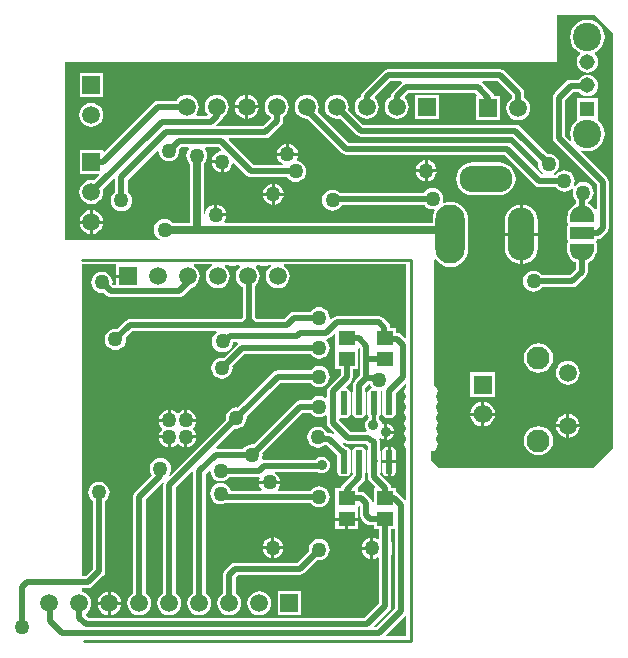
<source format=gbl>
G04*
G04 #@! TF.GenerationSoftware,Altium Limited,Altium Designer,20.0.2 (26)*
G04*
G04 Layer_Physical_Order=2*
G04 Layer_Color=16711680*
%FSLAX25Y25*%
%MOIN*%
G70*
G01*
G75*
%ADD15C,0.01000*%
%ADD46R,0.05512X0.04724*%
%ADD60C,0.02000*%
%ADD61C,0.01200*%
%ADD62C,0.02500*%
%ADD63R,0.05906X0.05906*%
%ADD64C,0.05906*%
%ADD65R,0.05906X0.05906*%
%ADD66R,0.05150X0.05150*%
%ADD67C,0.05150*%
%ADD68C,0.09449*%
%ADD69C,0.06201*%
%ADD70R,0.06201X0.06201*%
%ADD71O,0.17717X0.08858*%
%ADD72O,0.08858X0.17717*%
%ADD73O,0.09843X0.19685*%
%ADD74C,0.05898*%
%ADD75C,0.07677*%
%ADD76C,0.03543*%
%ADD77C,0.05000*%
%ADD78C,0.03937*%
%ADD79R,0.03000X0.03000*%
%ADD80C,0.03000*%
G04:AMPARAMS|DCode=81|XSize=77.56mil|YSize=23.23mil|CornerRadius=2.9mil|HoleSize=0mil|Usage=FLASHONLY|Rotation=270.000|XOffset=0mil|YOffset=0mil|HoleType=Round|Shape=RoundedRectangle|*
%AMROUNDEDRECTD81*
21,1,0.07756,0.01742,0,0,270.0*
21,1,0.07175,0.02323,0,0,270.0*
1,1,0.00581,-0.00871,-0.03588*
1,1,0.00581,-0.00871,0.03588*
1,1,0.00581,0.00871,0.03588*
1,1,0.00581,0.00871,-0.03588*
%
%ADD81ROUNDEDRECTD81*%
%ADD82R,0.07874X0.04000*%
%ADD83R,0.07874X0.01968*%
%ADD84R,0.03937X0.01968*%
G36*
X241800Y254100D02*
Y115600D01*
X235300Y109100D01*
X183800D01*
X181300Y111600D01*
Y114866D01*
X182051Y115015D01*
X182773Y115498D01*
X183255Y116219D01*
X183424Y117070D01*
X183255Y117921D01*
X182773Y118643D01*
Y119041D01*
X183255Y119762D01*
X183424Y120613D01*
X183255Y121464D01*
X182773Y122186D01*
Y122584D01*
X183255Y123306D01*
X183424Y124157D01*
X183255Y125008D01*
X182773Y125729D01*
Y126128D01*
X183255Y126849D01*
X183424Y127700D01*
X183255Y128551D01*
X182773Y129272D01*
Y129671D01*
X183255Y130392D01*
X183424Y131243D01*
X183255Y132094D01*
X182773Y132816D01*
Y133214D01*
X183255Y133936D01*
X183424Y134787D01*
X183255Y135638D01*
X182773Y136359D01*
X182246Y136711D01*
Y178669D01*
X182703Y178856D01*
X182747Y178854D01*
X183471Y177971D01*
X184372Y177232D01*
X185401Y176682D01*
X186517Y176343D01*
X187678Y176229D01*
X188839Y176343D01*
X189955Y176682D01*
X190983Y177232D01*
X191885Y177971D01*
X192625Y178873D01*
X193175Y179902D01*
X193514Y181018D01*
X193628Y182179D01*
Y192021D01*
X193514Y193182D01*
X193175Y194298D01*
X192625Y195327D01*
X191885Y196229D01*
X190983Y196968D01*
X189955Y197518D01*
X188839Y197857D01*
X187678Y197971D01*
X186517Y197857D01*
X185418Y197523D01*
X185366Y197552D01*
X185027Y197885D01*
X185110Y198086D01*
X185230Y199000D01*
X185110Y199914D01*
X184757Y200765D01*
X184196Y201496D01*
X183465Y202057D01*
X182614Y202410D01*
X181700Y202530D01*
X180786Y202410D01*
X179935Y202057D01*
X179204Y201496D01*
X178661Y200789D01*
X151055D01*
X150896Y200996D01*
X150165Y201557D01*
X149314Y201910D01*
X148400Y202030D01*
X147486Y201910D01*
X146635Y201557D01*
X145904Y200996D01*
X145343Y200265D01*
X144990Y199414D01*
X144870Y198500D01*
X144990Y197586D01*
X145343Y196735D01*
X145904Y196004D01*
X146635Y195443D01*
X147486Y195090D01*
X148400Y194970D01*
X149314Y195090D01*
X150165Y195443D01*
X150896Y196004D01*
X151439Y196711D01*
X179045D01*
X179204Y196504D01*
X179935Y195943D01*
X180786Y195590D01*
X181700Y195470D01*
X182281Y195546D01*
X182601Y195084D01*
X182181Y194298D01*
X181842Y193182D01*
X181728Y192021D01*
Y190994D01*
X112442D01*
X112196Y191494D01*
X112457Y191835D01*
X112810Y192686D01*
X112864Y193100D01*
X109400D01*
Y193600D01*
X108900D01*
Y197064D01*
X108486Y197010D01*
X107635Y196657D01*
X106904Y196096D01*
X106343Y195365D01*
X105990Y194514D01*
X105894Y193784D01*
X105394Y193817D01*
Y210649D01*
X105596Y210804D01*
X106157Y211535D01*
X106510Y212386D01*
X106630Y213300D01*
X106510Y214214D01*
X106157Y215065D01*
X105777Y215561D01*
X106023Y216061D01*
X110455D01*
X111230Y215286D01*
X111051Y214758D01*
X110686Y214710D01*
X109835Y214357D01*
X109104Y213796D01*
X108543Y213065D01*
X108190Y212214D01*
X108136Y211800D01*
X111600D01*
Y211300D01*
X112100D01*
Y207836D01*
X112514Y207890D01*
X113365Y208243D01*
X114096Y208804D01*
X114657Y209535D01*
X115010Y210386D01*
X115058Y210751D01*
X115586Y210930D01*
X119858Y206658D01*
X119858Y206658D01*
X120520Y206216D01*
X121300Y206061D01*
X121300Y206061D01*
X133253D01*
X133604Y205604D01*
X134335Y205043D01*
X135186Y204690D01*
X136100Y204570D01*
X137014Y204690D01*
X137865Y205043D01*
X138596Y205604D01*
X139157Y206335D01*
X139510Y207186D01*
X139630Y208100D01*
X139510Y209014D01*
X139157Y209865D01*
X138596Y210596D01*
X137865Y211157D01*
X137014Y211510D01*
X136624Y211561D01*
X136448Y211875D01*
X136383Y212097D01*
X136710Y212886D01*
X136764Y213300D01*
X129836D01*
X129890Y212886D01*
X130243Y212035D01*
X130804Y211304D01*
X131535Y210743D01*
X131785Y210639D01*
X131685Y210139D01*
X122145D01*
X113685Y218599D01*
X113876Y219061D01*
X126000D01*
X126780Y219216D01*
X127442Y219658D01*
X131242Y223458D01*
X131684Y224120D01*
X131839Y224900D01*
Y226182D01*
X132619Y226781D01*
X133253Y227607D01*
X133651Y228568D01*
X133787Y229600D01*
X133651Y230632D01*
X133253Y231593D01*
X132619Y232419D01*
X131793Y233053D01*
X130832Y233451D01*
X129800Y233587D01*
X128768Y233451D01*
X127807Y233053D01*
X126981Y232419D01*
X126347Y231593D01*
X125949Y230632D01*
X125813Y229600D01*
X125949Y228568D01*
X126347Y227607D01*
X126981Y226781D01*
X127708Y226223D01*
X127729Y225713D01*
X125155Y223139D01*
X109830D01*
X109623Y223639D01*
X111242Y225258D01*
X111684Y225920D01*
X111723Y226118D01*
X111793Y226147D01*
X112619Y226781D01*
X113253Y227607D01*
X113651Y228568D01*
X113787Y229600D01*
X113651Y230632D01*
X113253Y231593D01*
X112619Y232419D01*
X111793Y233053D01*
X110832Y233451D01*
X109800Y233587D01*
X108768Y233451D01*
X107807Y233053D01*
X106981Y232419D01*
X106347Y231593D01*
X105949Y230632D01*
X105813Y229600D01*
X105949Y228568D01*
X106347Y227607D01*
X106706Y227139D01*
X106459Y226639D01*
X103141D01*
X102894Y227139D01*
X103253Y227607D01*
X103651Y228568D01*
X103787Y229600D01*
X103651Y230632D01*
X103253Y231593D01*
X102619Y232419D01*
X101793Y233053D01*
X100832Y233451D01*
X99800Y233587D01*
X98768Y233451D01*
X97807Y233053D01*
X96981Y232419D01*
X96382Y231639D01*
X90300D01*
X89520Y231484D01*
X88858Y231042D01*
X72415Y214598D01*
X71953Y214790D01*
Y215153D01*
X64047D01*
Y207247D01*
X70510D01*
X70701Y206785D01*
X68975Y205059D01*
X68000Y205187D01*
X66968Y205051D01*
X66007Y204653D01*
X65181Y204019D01*
X64547Y203193D01*
X64149Y202232D01*
X64013Y201200D01*
X64149Y200168D01*
X64547Y199207D01*
X65181Y198381D01*
X66007Y197747D01*
X66968Y197349D01*
X68000Y197213D01*
X69032Y197349D01*
X69993Y197747D01*
X70819Y198381D01*
X71453Y199207D01*
X71851Y200168D01*
X71987Y201200D01*
X71859Y202175D01*
X75461Y205777D01*
X75961Y205570D01*
Y201247D01*
X75504Y200896D01*
X74943Y200165D01*
X74590Y199314D01*
X74470Y198400D01*
X74590Y197486D01*
X74943Y196635D01*
X75504Y195904D01*
X76235Y195343D01*
X77086Y194990D01*
X78000Y194870D01*
X78914Y194990D01*
X79765Y195343D01*
X80496Y195904D01*
X81057Y196635D01*
X81410Y197486D01*
X81530Y198400D01*
X81410Y199314D01*
X81057Y200165D01*
X80496Y200896D01*
X80039Y201247D01*
Y205255D01*
X89794Y215011D01*
X90295Y214805D01*
X90390Y214086D01*
X90743Y213235D01*
X91304Y212504D01*
X92035Y211943D01*
X92886Y211590D01*
X93800Y211470D01*
X94714Y211590D01*
X95565Y211943D01*
X96296Y212504D01*
X96857Y213235D01*
X97210Y214086D01*
X97330Y215000D01*
X97276Y215414D01*
X97923Y216061D01*
X100177D01*
X100423Y215561D01*
X100043Y215065D01*
X99690Y214214D01*
X99570Y213300D01*
X99690Y212386D01*
X100043Y211535D01*
X100604Y210804D01*
X100806Y210649D01*
Y190994D01*
X95051D01*
X94896Y191196D01*
X94165Y191757D01*
X93314Y192110D01*
X92400Y192230D01*
X91486Y192110D01*
X90635Y191757D01*
X89904Y191196D01*
X89343Y190465D01*
X88990Y189614D01*
X88870Y188700D01*
X88990Y187786D01*
X89343Y186935D01*
X89904Y186204D01*
X90635Y185643D01*
X90738Y185600D01*
X90639Y185100D01*
X59100D01*
Y244600D01*
X223300D01*
Y260100D01*
X235800D01*
X241800Y254100D01*
D02*
G37*
G36*
X108150Y176571D02*
X108107Y176553D01*
X107281Y175919D01*
X106647Y175093D01*
X106249Y174132D01*
X106113Y173100D01*
X106249Y172068D01*
X106647Y171107D01*
X107281Y170281D01*
X108107Y169647D01*
X109068Y169249D01*
X110100Y169113D01*
X111132Y169249D01*
X112093Y169647D01*
X112919Y170281D01*
X113553Y171107D01*
X113951Y172068D01*
X114087Y173100D01*
X113951Y174132D01*
X113553Y175093D01*
X112919Y175919D01*
X112583Y176177D01*
X112603Y176792D01*
X112956Y177027D01*
X113354D01*
X114076Y176546D01*
X114927Y176376D01*
X115778Y176546D01*
X116499Y177027D01*
X116898D01*
X117436Y176668D01*
X117511Y176096D01*
X117281Y175919D01*
X116647Y175093D01*
X116249Y174132D01*
X116113Y173100D01*
X116249Y172068D01*
X116647Y171107D01*
X117281Y170281D01*
X118107Y169647D01*
X118461Y169501D01*
Y159503D01*
X117897Y158939D01*
X80800D01*
X80800Y158939D01*
X80020Y158784D01*
X79358Y158342D01*
X79358Y158342D01*
X76571Y155555D01*
X76000Y155630D01*
X75086Y155510D01*
X74235Y155157D01*
X73504Y154596D01*
X72943Y153865D01*
X72590Y153014D01*
X72470Y152100D01*
X72590Y151186D01*
X72943Y150335D01*
X73504Y149604D01*
X74235Y149043D01*
X75086Y148690D01*
X76000Y148570D01*
X76914Y148690D01*
X77765Y149043D01*
X78496Y149604D01*
X79057Y150335D01*
X79410Y151186D01*
X79530Y152100D01*
X79455Y152671D01*
X81645Y154861D01*
X109656D01*
X109809Y154361D01*
X109204Y153896D01*
X108643Y153165D01*
X108290Y152314D01*
X108170Y151400D01*
X108290Y150486D01*
X108643Y149635D01*
X109204Y148904D01*
X109935Y148343D01*
X110786Y147990D01*
X111700Y147870D01*
X112614Y147990D01*
X113465Y148343D01*
X114196Y148904D01*
X114757Y149635D01*
X115110Y150486D01*
X115199Y151161D01*
X116635D01*
X116786Y150661D01*
X116758Y150642D01*
X112071Y145955D01*
X111500Y146030D01*
X110586Y145910D01*
X109735Y145557D01*
X109004Y144996D01*
X108443Y144265D01*
X108090Y143414D01*
X107970Y142500D01*
X108090Y141586D01*
X108443Y140735D01*
X109004Y140004D01*
X109735Y139443D01*
X110586Y139090D01*
X111500Y138970D01*
X112414Y139090D01*
X113265Y139443D01*
X113996Y140004D01*
X114557Y140735D01*
X114910Y141586D01*
X115030Y142500D01*
X114955Y143071D01*
X119045Y147161D01*
X141053D01*
X141404Y146704D01*
X142135Y146143D01*
X142986Y145790D01*
X143900Y145670D01*
X144814Y145790D01*
X145665Y146143D01*
X146396Y146704D01*
X146957Y147435D01*
X147310Y148286D01*
X147430Y149200D01*
X147310Y150114D01*
X146957Y150965D01*
X146396Y151696D01*
X146308Y151764D01*
X146306Y151908D01*
X146444Y152289D01*
X147080Y152416D01*
X147742Y152858D01*
X148882Y153998D01*
X149344Y153807D01*
Y149181D01*
X149344D01*
Y148819D01*
X149344D01*
Y142095D01*
X151061D01*
Y140287D01*
X147058Y136284D01*
X146616Y135622D01*
X146461Y134842D01*
Y132777D01*
X145961Y132530D01*
X145665Y132757D01*
X144814Y133110D01*
X143900Y133230D01*
X142986Y133110D01*
X142135Y132757D01*
X141404Y132196D01*
X141053Y131739D01*
X137600D01*
X136820Y131584D01*
X136158Y131142D01*
X122071Y117055D01*
X121500Y117130D01*
X120586Y117010D01*
X119735Y116657D01*
X119004Y116096D01*
X118653Y115639D01*
X109730D01*
X109523Y116139D01*
X115767Y122383D01*
X116250Y122320D01*
X117164Y122440D01*
X118015Y122793D01*
X118746Y123354D01*
X119307Y124085D01*
X119660Y124936D01*
X119780Y125850D01*
X119705Y126421D01*
X130945Y137661D01*
X141053D01*
X141404Y137204D01*
X142135Y136643D01*
X142986Y136290D01*
X143900Y136170D01*
X144814Y136290D01*
X145665Y136643D01*
X146396Y137204D01*
X146957Y137935D01*
X147310Y138786D01*
X147430Y139700D01*
X147310Y140614D01*
X146957Y141465D01*
X146396Y142196D01*
X145665Y142757D01*
X144814Y143110D01*
X143900Y143230D01*
X142986Y143110D01*
X142135Y142757D01*
X141404Y142196D01*
X141053Y141739D01*
X130100D01*
X129320Y141584D01*
X128658Y141142D01*
X116821Y129305D01*
X116250Y129380D01*
X115336Y129260D01*
X114485Y128907D01*
X113754Y128346D01*
X113193Y127615D01*
X112840Y126764D01*
X112720Y125850D01*
X112807Y125190D01*
X94148Y106532D01*
X93771Y106862D01*
X94057Y107235D01*
X94410Y108086D01*
X94530Y109000D01*
X94410Y109914D01*
X94057Y110765D01*
X93496Y111496D01*
X92765Y112057D01*
X91914Y112410D01*
X91000Y112530D01*
X90086Y112410D01*
X89235Y112057D01*
X88504Y111496D01*
X87943Y110765D01*
X87590Y109914D01*
X87470Y109000D01*
X87590Y108086D01*
X87943Y107235D01*
X88294Y106778D01*
X82558Y101042D01*
X82116Y100380D01*
X81961Y99600D01*
Y67518D01*
X81181Y66919D01*
X80547Y66093D01*
X80149Y65132D01*
X80013Y64100D01*
X80149Y63068D01*
X80547Y62107D01*
X81181Y61281D01*
X82007Y60647D01*
X82968Y60249D01*
X84000Y60113D01*
X85032Y60249D01*
X85993Y60647D01*
X86819Y61281D01*
X87453Y62107D01*
X87851Y63068D01*
X87987Y64100D01*
X87851Y65132D01*
X87453Y66093D01*
X86819Y66919D01*
X86039Y67518D01*
Y98755D01*
X91617Y104333D01*
X92077Y104087D01*
X91961Y103500D01*
Y67518D01*
X91181Y66919D01*
X90547Y66093D01*
X90149Y65132D01*
X90013Y64100D01*
X90149Y63068D01*
X90547Y62107D01*
X91181Y61281D01*
X92007Y60647D01*
X92968Y60249D01*
X94000Y60113D01*
X95032Y60249D01*
X95993Y60647D01*
X96819Y61281D01*
X97453Y62107D01*
X97851Y63068D01*
X97987Y64100D01*
X97851Y65132D01*
X97453Y66093D01*
X96819Y66919D01*
X96039Y67518D01*
Y102655D01*
X101461Y108077D01*
X101961Y107870D01*
Y67518D01*
X101181Y66919D01*
X100547Y66093D01*
X100149Y65132D01*
X100013Y64100D01*
X100149Y63068D01*
X100547Y62107D01*
X101181Y61281D01*
X102007Y60647D01*
X102968Y60249D01*
X104000Y60113D01*
X105032Y60249D01*
X105993Y60647D01*
X106819Y61281D01*
X107453Y62107D01*
X107851Y63068D01*
X107987Y64100D01*
X107851Y65132D01*
X107453Y66093D01*
X106819Y66919D01*
X106039Y67518D01*
Y107255D01*
X107094Y108310D01*
X107596Y108105D01*
X107690Y107386D01*
X108043Y106535D01*
X108604Y105804D01*
X109335Y105243D01*
X110186Y104890D01*
X111100Y104770D01*
X112014Y104890D01*
X112865Y105243D01*
X113596Y105804D01*
X113947Y106261D01*
X123800D01*
X123845Y106270D01*
X124205Y105832D01*
X123990Y105314D01*
X123936Y104900D01*
X130864D01*
X130810Y105314D01*
X130457Y106165D01*
X129896Y106896D01*
X129165Y107457D01*
X129156Y107461D01*
X129256Y107961D01*
X143065D01*
X143302Y107779D01*
X143976Y107500D01*
X144700Y107404D01*
X145424Y107500D01*
X146098Y107779D01*
X146677Y108223D01*
X147121Y108802D01*
X147400Y109476D01*
X147496Y110200D01*
X147400Y110924D01*
X147121Y111598D01*
X146677Y112177D01*
X146098Y112621D01*
X145424Y112900D01*
X144700Y112996D01*
X143976Y112900D01*
X143302Y112621D01*
X142723Y112177D01*
X142618Y112039D01*
X125500D01*
X125155Y111970D01*
X124795Y112409D01*
X124910Y112686D01*
X125030Y113600D01*
X124955Y114171D01*
X138445Y127661D01*
X141053D01*
X141404Y127204D01*
X142135Y126643D01*
X142986Y126290D01*
X143900Y126170D01*
X144814Y126290D01*
X145665Y126643D01*
X145961Y126870D01*
X146461Y126623D01*
Y124200D01*
X146616Y123420D01*
X147058Y122758D01*
X148965Y120851D01*
X148646Y120463D01*
X148127Y120810D01*
X147346Y120965D01*
X146681D01*
X146557Y121265D01*
X145996Y121996D01*
X145265Y122557D01*
X144414Y122910D01*
X143500Y123030D01*
X142586Y122910D01*
X141735Y122557D01*
X141004Y121996D01*
X140443Y121265D01*
X140090Y120414D01*
X139970Y119500D01*
X140090Y118586D01*
X140443Y117735D01*
X141004Y117004D01*
X141735Y116443D01*
X142586Y116090D01*
X143500Y115970D01*
X144414Y116090D01*
X145265Y116443D01*
X145844Y116887D01*
X146502D01*
X150013Y113375D01*
Y107768D01*
X150113Y107265D01*
X150399Y106838D01*
X150826Y106553D01*
X151329Y106453D01*
X153071D01*
X153575Y106553D01*
X154001Y106838D01*
X154287Y107265D01*
X154387Y107768D01*
Y114944D01*
X154287Y115447D01*
X154001Y115874D01*
X153575Y116159D01*
X153071Y116259D01*
X152897D01*
X151788Y117369D01*
X152106Y117757D01*
X152626Y117410D01*
X153406Y117255D01*
X159397D01*
X159994Y116658D01*
X160241Y116493D01*
Y115639D01*
X160114Y115447D01*
X160013Y114944D01*
Y107768D01*
X160114Y107265D01*
X160161Y107194D01*
Y106200D01*
X160316Y105420D01*
X160758Y104758D01*
X162505Y103011D01*
X162314Y102549D01*
X162044D01*
Y98027D01*
X161544Y97978D01*
X161484Y98280D01*
X161042Y98942D01*
X159355Y100628D01*
X158694Y101071D01*
X157913Y101226D01*
X156856D01*
Y102549D01*
X156856Y102549D01*
X156856D01*
X156992Y103008D01*
X158642Y104658D01*
X159084Y105320D01*
X159239Y106100D01*
Y107194D01*
X159286Y107265D01*
X159387Y107768D01*
Y114944D01*
X159286Y115447D01*
X159001Y115874D01*
X158574Y116159D01*
X158071Y116259D01*
X156329D01*
X155825Y116159D01*
X155399Y115874D01*
X155113Y115447D01*
X155013Y114944D01*
Y107768D01*
X155113Y107265D01*
X155161Y107194D01*
Y106945D01*
X151658Y103442D01*
X151216Y102780D01*
X151170Y102549D01*
X149344D01*
Y95962D01*
X149344Y95824D01*
Y95462D01*
X149344Y95324D01*
Y92600D01*
X156856D01*
Y95324D01*
X156856Y95462D01*
Y95824D01*
X156856Y95962D01*
Y96315D01*
X157356Y96565D01*
X157561Y96412D01*
Y93400D01*
X157716Y92620D01*
X158158Y91958D01*
X159458Y90658D01*
X160120Y90216D01*
X160900Y90061D01*
X162044D01*
Y88738D01*
X163761D01*
Y85642D01*
X163312Y85421D01*
X163265Y85457D01*
X162414Y85810D01*
X162000Y85864D01*
Y82400D01*
Y78936D01*
X162414Y78990D01*
X163265Y79343D01*
X163312Y79379D01*
X163761Y79158D01*
Y63929D01*
X158971Y59139D01*
X67045D01*
X66039Y60145D01*
Y60682D01*
X66819Y61281D01*
X67453Y62107D01*
X67851Y63068D01*
X67987Y64100D01*
X67851Y65132D01*
X67453Y66093D01*
X66819Y66919D01*
X65993Y67553D01*
X65032Y67951D01*
X64750Y67988D01*
Y69161D01*
X66900D01*
X67680Y69316D01*
X68342Y69758D01*
X71942Y73358D01*
X72384Y74020D01*
X72539Y74800D01*
Y98253D01*
X72996Y98604D01*
X73557Y99335D01*
X73910Y100186D01*
X74030Y101100D01*
X73910Y102014D01*
X73557Y102865D01*
X72996Y103596D01*
X72265Y104157D01*
X71414Y104510D01*
X70500Y104630D01*
X69586Y104510D01*
X68735Y104157D01*
X68004Y103596D01*
X67443Y102865D01*
X67090Y102014D01*
X66970Y101100D01*
X67090Y100186D01*
X67443Y99335D01*
X68004Y98604D01*
X68461Y98253D01*
Y75645D01*
X66055Y73239D01*
X64750D01*
Y177071D01*
X75655D01*
X76147Y177053D01*
Y173600D01*
X80100D01*
Y172600D01*
X76147D01*
Y170139D01*
X75345D01*
X74955Y170529D01*
X75030Y171100D01*
X74910Y172014D01*
X74557Y172865D01*
X73996Y173596D01*
X73265Y174157D01*
X72414Y174510D01*
X71500Y174630D01*
X70586Y174510D01*
X69735Y174157D01*
X69004Y173596D01*
X68443Y172865D01*
X68090Y172014D01*
X67970Y171100D01*
X68090Y170186D01*
X68443Y169335D01*
X69004Y168604D01*
X69735Y168043D01*
X70586Y167690D01*
X71500Y167570D01*
X72071Y167645D01*
X73058Y166658D01*
X73720Y166216D01*
X74500Y166061D01*
X97100D01*
X97880Y166216D01*
X98542Y166658D01*
X101134Y169250D01*
X102093Y169647D01*
X102919Y170281D01*
X103553Y171107D01*
X103951Y172068D01*
X104087Y173100D01*
X103951Y174132D01*
X103553Y175093D01*
X102919Y175919D01*
X102093Y176553D01*
X102050Y176571D01*
X102150Y177071D01*
X108050D01*
X108150Y176571D01*
D02*
G37*
G36*
X172971Y152767D02*
X172509Y152575D01*
X171442Y153642D01*
X170780Y154084D01*
X170000Y154239D01*
X169556D01*
Y155905D01*
X167639D01*
Y156000D01*
X167484Y156780D01*
X167042Y157442D01*
X167042Y157442D01*
X165242Y159242D01*
X164580Y159684D01*
X163800Y159839D01*
X149800D01*
X149020Y159684D01*
X148358Y159242D01*
X147862Y158745D01*
X147388Y158979D01*
X147430Y159300D01*
X147310Y160214D01*
X146957Y161065D01*
X146396Y161796D01*
X145665Y162357D01*
X144814Y162710D01*
X143900Y162830D01*
X142986Y162710D01*
X142135Y162357D01*
X141404Y161796D01*
X141053Y161339D01*
X135600D01*
X134820Y161184D01*
X134158Y160742D01*
X132355Y158939D01*
X123103D01*
X122539Y159503D01*
Y169989D01*
X122919Y170281D01*
X123553Y171107D01*
X123951Y172068D01*
X124087Y173100D01*
X123951Y174132D01*
X123553Y175093D01*
X122919Y175919D01*
X122745Y176053D01*
X122846Y176506D01*
X122896Y176567D01*
X123586Y177027D01*
X123984D01*
X124706Y176546D01*
X125557Y176376D01*
X126408Y176546D01*
X127129Y177027D01*
X127527D01*
X127729Y176893D01*
X127749Y176278D01*
X127281Y175919D01*
X126647Y175093D01*
X126249Y174132D01*
X126113Y173100D01*
X126249Y172068D01*
X126647Y171107D01*
X127281Y170281D01*
X128107Y169647D01*
X129068Y169249D01*
X130100Y169113D01*
X131132Y169249D01*
X132093Y169647D01*
X132919Y170281D01*
X133553Y171107D01*
X133951Y172068D01*
X134087Y173100D01*
X133951Y174132D01*
X133553Y175093D01*
X132919Y175919D01*
X132093Y176553D01*
X132050Y176571D01*
X132150Y177071D01*
X172971D01*
Y152767D01*
D02*
G37*
G36*
X123450Y157150D02*
X117400Y157000D01*
X120500Y160100D01*
X123450Y157150D01*
D02*
G37*
G36*
X172971Y137134D02*
Y136388D01*
X172927Y136359D01*
X172445Y135638D01*
X172276Y134787D01*
X172445Y133936D01*
X172927Y133214D01*
X172873Y132734D01*
X172445Y132094D01*
X172276Y131243D01*
X172445Y130392D01*
X172873Y129753D01*
X172927Y129272D01*
X172445Y128551D01*
X172276Y127700D01*
X172445Y126849D01*
X172873Y126209D01*
X172905Y125928D01*
X172873Y125647D01*
X172445Y125008D01*
X172276Y124157D01*
X172445Y123306D01*
X172873Y122666D01*
X172927Y122186D01*
X172445Y121464D01*
X172276Y120613D01*
X172445Y119762D01*
X172927Y119041D01*
X172873Y118561D01*
X172445Y117921D01*
X172276Y117070D01*
X172445Y116219D01*
X172927Y115498D01*
X172971Y115469D01*
X172971Y98642D01*
X172471Y98542D01*
X170370Y100642D01*
X169709Y101084D01*
X169556Y101114D01*
Y102549D01*
X167839D01*
Y102600D01*
X167684Y103380D01*
X167242Y104042D01*
X164239Y107045D01*
Y107194D01*
X164286Y107265D01*
X164387Y107768D01*
Y111447D01*
X164401Y111517D01*
X164387Y111587D01*
Y114944D01*
X164320Y115279D01*
Y117519D01*
X164165Y118300D01*
X163766Y118896D01*
X164123Y119223D01*
X164702Y118779D01*
X165376Y118500D01*
X165600Y118470D01*
Y121200D01*
Y123930D01*
X165376Y123900D01*
X165167Y123814D01*
X164734Y124064D01*
X164700Y124324D01*
X164421Y124998D01*
X163977Y125577D01*
X163885Y125647D01*
X163905Y126262D01*
X164001Y126326D01*
X164286Y126753D01*
X164387Y127257D01*
Y134432D01*
X164364Y134546D01*
X164670Y134892D01*
X165017Y134449D01*
X165013Y134432D01*
Y127257D01*
X165113Y126753D01*
X165399Y126326D01*
X165825Y126041D01*
X166329Y125941D01*
X168071D01*
X168575Y126041D01*
X169001Y126326D01*
X169287Y126753D01*
X169387Y127257D01*
Y134203D01*
X172509Y137325D01*
X172971Y137134D01*
D02*
G37*
G36*
X157561Y148988D02*
Y145600D01*
Y140045D01*
X155758Y138242D01*
X155316Y137580D01*
X155161Y136800D01*
Y135006D01*
X155113Y134935D01*
X155013Y134432D01*
Y127257D01*
X155113Y126753D01*
X155399Y126326D01*
X155825Y126041D01*
X156329Y125941D01*
X158071D01*
X158574Y126041D01*
X159001Y126326D01*
X159286Y126753D01*
X159387Y127257D01*
Y134432D01*
X159286Y134935D01*
X159239Y135006D01*
Y135955D01*
X160387Y137103D01*
X160897Y137046D01*
X160943Y136935D01*
X161470Y136247D01*
X161412Y135955D01*
X161288Y135739D01*
X160826Y135647D01*
X160399Y135362D01*
X160114Y134935D01*
X160013Y134432D01*
Y127257D01*
X160114Y126753D01*
X160341Y126413D01*
X160399Y126326D01*
X160301Y125790D01*
X160023Y125577D01*
X159579Y124998D01*
X159300Y124324D01*
X159204Y123600D01*
X159300Y122876D01*
X159579Y122202D01*
X159862Y121833D01*
X159616Y121333D01*
X154251D01*
X150539Y125045D01*
Y125677D01*
X151039Y125998D01*
X151329Y125941D01*
X153071D01*
X153575Y126041D01*
X154001Y126326D01*
X154287Y126753D01*
X154387Y127257D01*
Y134432D01*
X154287Y134935D01*
X154001Y135362D01*
X153575Y135647D01*
X153071Y135747D01*
X152943D01*
X152751Y136209D01*
X154542Y138000D01*
X154984Y138662D01*
X155139Y139442D01*
X155139Y139442D01*
Y142095D01*
X156856D01*
Y148819D01*
X156856D01*
Y148899D01*
X157356Y149146D01*
X157561Y148988D01*
D02*
G37*
G36*
X169061Y62345D02*
X162855Y56139D01*
X162392D01*
X162200Y56601D01*
X167242Y61643D01*
X167684Y62304D01*
X167839Y63085D01*
Y79689D01*
X167884Y79756D01*
X168039Y80536D01*
Y84264D01*
X167884Y85044D01*
X167839Y85111D01*
Y88738D01*
X169061D01*
Y62345D01*
D02*
G37*
G36*
X172971Y59886D02*
Y53129D01*
X166267D01*
X166075Y53591D01*
X172471Y59987D01*
X172971Y59886D01*
D02*
G37*
%LPC*%
G36*
X233300Y258642D02*
X231806Y258445D01*
X230413Y257868D01*
X229217Y256950D01*
X228300Y255755D01*
X227723Y254362D01*
X227526Y252868D01*
X227723Y251373D01*
X228300Y249981D01*
X229217Y248785D01*
X230413Y247867D01*
X230778Y247716D01*
X230843Y247221D01*
X230750Y247150D01*
X230177Y246403D01*
X229817Y245533D01*
X229694Y244600D01*
X229817Y243667D01*
X230177Y242797D01*
X230750Y242050D01*
X231497Y241477D01*
X232367Y241117D01*
X233300Y240994D01*
X234233Y241117D01*
X235103Y241477D01*
X235850Y242050D01*
X236423Y242797D01*
X236783Y243667D01*
X236906Y244600D01*
X236783Y245533D01*
X236423Y246403D01*
X235850Y247150D01*
X235757Y247221D01*
X235822Y247716D01*
X236187Y247867D01*
X237383Y248785D01*
X238300Y249981D01*
X238877Y251373D01*
X239074Y252868D01*
X238877Y254362D01*
X238300Y255755D01*
X237383Y256950D01*
X236187Y257868D01*
X234794Y258445D01*
X233300Y258642D01*
D02*
G37*
G36*
Y240332D02*
X232367Y240209D01*
X231497Y239849D01*
X230750Y239276D01*
X230281Y238664D01*
X227725D01*
X226945Y238509D01*
X226283Y238067D01*
X222358Y234142D01*
X221916Y233480D01*
X221761Y232700D01*
Y219164D01*
X221916Y218384D01*
X222358Y217722D01*
X236361Y203719D01*
Y195467D01*
X235894Y195281D01*
X235861Y195284D01*
X235084Y196296D01*
X234053Y197087D01*
X233602Y197274D01*
Y197917D01*
X233665Y197943D01*
X234396Y198504D01*
X234957Y199235D01*
X235310Y200086D01*
X235430Y201000D01*
X235310Y201914D01*
X234957Y202765D01*
X234396Y203496D01*
X233665Y204057D01*
X232814Y204410D01*
X231900Y204530D01*
X230986Y204410D01*
X230135Y204057D01*
X229404Y203496D01*
X229283Y203339D01*
X228846Y203591D01*
X229010Y203986D01*
X229130Y204900D01*
X229010Y205814D01*
X228657Y206665D01*
X228096Y207396D01*
X227365Y207957D01*
X226514Y208310D01*
X225600Y208430D01*
X224686Y208310D01*
X223835Y207957D01*
X223104Y207396D01*
X222753Y206939D01*
X222256D01*
X222157Y207439D01*
X222165Y207443D01*
X222896Y208004D01*
X223457Y208735D01*
X223810Y209586D01*
X223930Y210500D01*
X223810Y211414D01*
X223457Y212265D01*
X222896Y212996D01*
X222165Y213557D01*
X221314Y213910D01*
X220400Y214030D01*
X219829Y213955D01*
X210742Y223042D01*
X210080Y223484D01*
X209300Y223639D01*
X158645D01*
X153658Y228625D01*
X153787Y229600D01*
X153651Y230632D01*
X153253Y231593D01*
X152619Y232419D01*
X151793Y233053D01*
X150832Y233451D01*
X149800Y233587D01*
X148768Y233451D01*
X147807Y233053D01*
X146981Y232419D01*
X146347Y231593D01*
X145949Y230632D01*
X145813Y229600D01*
X145949Y228568D01*
X146347Y227607D01*
X146981Y226781D01*
X147807Y226147D01*
X148768Y225749D01*
X149800Y225613D01*
X150775Y225742D01*
X156358Y220158D01*
X157020Y219716D01*
X157800Y219561D01*
X208455D01*
X216945Y211071D01*
X216870Y210500D01*
X216990Y209586D01*
X217343Y208735D01*
X217904Y208004D01*
X218444Y207589D01*
X218306Y207065D01*
X218055Y207029D01*
X208042Y217042D01*
X207380Y217484D01*
X206600Y217639D01*
X153645D01*
X143377Y227907D01*
X143651Y228568D01*
X143787Y229600D01*
X143651Y230632D01*
X143253Y231593D01*
X142619Y232419D01*
X141793Y233053D01*
X140832Y233451D01*
X139800Y233587D01*
X138768Y233451D01*
X137807Y233053D01*
X136981Y232419D01*
X136347Y231593D01*
X135949Y230632D01*
X135813Y229600D01*
X135949Y228568D01*
X136347Y227607D01*
X136981Y226781D01*
X137807Y226147D01*
X138768Y225749D01*
X139800Y225613D01*
X139891Y225625D01*
X151358Y214158D01*
X152020Y213716D01*
X152800Y213561D01*
X152800Y213561D01*
X205755D01*
X215858Y203458D01*
X215858Y203458D01*
X216520Y203016D01*
X217300Y202861D01*
X217300Y202861D01*
X222753D01*
X223104Y202404D01*
X223835Y201843D01*
X224686Y201490D01*
X225600Y201370D01*
X226514Y201490D01*
X227365Y201843D01*
X228096Y202404D01*
X228217Y202561D01*
X228654Y202309D01*
X228490Y201914D01*
X228370Y201000D01*
X228490Y200086D01*
X228843Y199235D01*
X229404Y198504D01*
X229524Y198412D01*
Y197274D01*
X229073Y197087D01*
X228042Y196296D01*
X227251Y195265D01*
X226822Y194229D01*
X226753Y194064D01*
X226711Y193745D01*
X226684Y193559D01*
X226606Y193168D01*
Y191200D01*
X226684Y190810D01*
X226710Y190771D01*
X226879Y190321D01*
X226658Y189990D01*
X226580Y189600D01*
Y185600D01*
X226658Y185210D01*
X226755Y185064D01*
X226819Y184659D01*
X226741Y184370D01*
X226620Y184189D01*
X226543Y183799D01*
Y181831D01*
X226620Y181440D01*
X226648Y181255D01*
X226690Y180936D01*
X226759Y180771D01*
X227187Y179735D01*
X227979Y178704D01*
X229010Y177913D01*
X229361Y177768D01*
Y175445D01*
X227455Y173539D01*
X218247D01*
X217896Y173996D01*
X217165Y174557D01*
X216314Y174910D01*
X215400Y175030D01*
X214486Y174910D01*
X213635Y174557D01*
X212904Y173996D01*
X212343Y173265D01*
X211990Y172414D01*
X211870Y171500D01*
X211990Y170586D01*
X212343Y169735D01*
X212904Y169004D01*
X213635Y168443D01*
X214486Y168090D01*
X215400Y167970D01*
X216314Y168090D01*
X217165Y168443D01*
X217896Y169004D01*
X218247Y169461D01*
X228300D01*
X229080Y169616D01*
X229742Y170058D01*
X232842Y173158D01*
X233284Y173820D01*
X233439Y174600D01*
Y177685D01*
X233990Y177913D01*
X235021Y178704D01*
X235812Y179735D01*
X236241Y180771D01*
X236310Y180936D01*
X236352Y181255D01*
X236378Y181440D01*
X236456Y181831D01*
Y183799D01*
X236378Y184189D01*
X236281Y184335D01*
X236217Y184740D01*
X236295Y185029D01*
X236416Y185210D01*
X236466Y185461D01*
X236800D01*
X237580Y185616D01*
X238242Y186058D01*
X239842Y187658D01*
X240284Y188320D01*
X240439Y189100D01*
Y204564D01*
X240284Y205344D01*
X239842Y206006D01*
X231082Y214766D01*
X231365Y215190D01*
X231806Y215007D01*
X233300Y214810D01*
X234794Y215007D01*
X236187Y215584D01*
X237383Y216501D01*
X238300Y217697D01*
X238877Y219090D01*
X239074Y220584D01*
X238877Y222079D01*
X238300Y223471D01*
X237383Y224667D01*
X237109Y224877D01*
X236875Y225277D01*
X236875D01*
X236875Y225277D01*
Y232427D01*
X229725D01*
Y225277D01*
X229725Y225277D01*
X229725D01*
X229492Y224878D01*
X229217Y224667D01*
X228300Y223471D01*
X227723Y222079D01*
X227526Y220584D01*
X227723Y219090D01*
X227905Y218650D01*
X227481Y218366D01*
X225839Y220009D01*
Y231855D01*
X228570Y234586D01*
X230436D01*
X230750Y234176D01*
X231497Y233603D01*
X232367Y233243D01*
X233300Y233120D01*
X234233Y233243D01*
X235103Y233603D01*
X235850Y234176D01*
X236423Y234923D01*
X236783Y235793D01*
X236906Y236726D01*
X236783Y237659D01*
X236423Y238529D01*
X235850Y239276D01*
X235103Y239849D01*
X234233Y240209D01*
X233300Y240332D01*
D02*
G37*
G36*
X71953Y240853D02*
X64047D01*
Y232947D01*
X71953D01*
Y240853D01*
D02*
G37*
G36*
X120300Y233521D02*
Y230100D01*
X123721D01*
X123651Y230632D01*
X123253Y231593D01*
X122619Y232419D01*
X121793Y233053D01*
X120832Y233451D01*
X120300Y233521D01*
D02*
G37*
G36*
X119300D02*
X118768Y233451D01*
X117807Y233053D01*
X116981Y232419D01*
X116347Y231593D01*
X115949Y230632D01*
X115879Y230100D01*
X119300D01*
Y233521D01*
D02*
G37*
G36*
X123721Y229100D02*
X120300D01*
Y225679D01*
X120832Y225749D01*
X121793Y226147D01*
X122619Y226781D01*
X123253Y227607D01*
X123651Y228568D01*
X123721Y229100D01*
D02*
G37*
G36*
X119300D02*
X115879D01*
X115949Y228568D01*
X116347Y227607D01*
X116981Y226781D01*
X117807Y226147D01*
X118768Y225749D01*
X119300Y225679D01*
Y229100D01*
D02*
G37*
G36*
X183753Y233553D02*
X175847D01*
Y225647D01*
X183753D01*
Y233553D01*
D02*
G37*
G36*
X204300Y242139D02*
X166800D01*
X166020Y241984D01*
X165358Y241542D01*
X165358Y241542D01*
X158358Y234542D01*
X157916Y233880D01*
X157761Y233100D01*
Y233018D01*
X156981Y232419D01*
X156347Y231593D01*
X155949Y230632D01*
X155813Y229600D01*
X155949Y228568D01*
X156347Y227607D01*
X156981Y226781D01*
X157807Y226147D01*
X158768Y225749D01*
X159800Y225613D01*
X160832Y225749D01*
X161793Y226147D01*
X162619Y226781D01*
X163253Y227607D01*
X163651Y228568D01*
X163787Y229600D01*
X163651Y230632D01*
X163253Y231593D01*
X162619Y232419D01*
X162571Y232456D01*
X162539Y232955D01*
X167645Y238061D01*
X171235D01*
X171386Y237561D01*
X171358Y237542D01*
X168358Y234542D01*
X167916Y233880D01*
X167761Y233100D01*
Y233018D01*
X166981Y232419D01*
X166347Y231593D01*
X165949Y230632D01*
X165813Y229600D01*
X165949Y228568D01*
X166347Y227607D01*
X166981Y226781D01*
X167807Y226147D01*
X168768Y225749D01*
X169800Y225613D01*
X170832Y225749D01*
X171793Y226147D01*
X172619Y226781D01*
X173253Y227607D01*
X173651Y228568D01*
X173787Y229600D01*
X173651Y230632D01*
X173253Y231593D01*
X172619Y232419D01*
X172571Y232456D01*
X172539Y232955D01*
X173645Y234061D01*
X195955D01*
X196528Y233488D01*
X196347Y233053D01*
X196347D01*
Y225147D01*
X204253D01*
Y233053D01*
X202249D01*
X202184Y233380D01*
X201742Y234042D01*
X198242Y237542D01*
X198214Y237561D01*
X198365Y238061D01*
X203455D01*
X208261Y233255D01*
Y232518D01*
X207481Y231919D01*
X206847Y231093D01*
X206449Y230132D01*
X206313Y229100D01*
X206449Y228068D01*
X206847Y227107D01*
X207481Y226281D01*
X208307Y225647D01*
X209268Y225249D01*
X210300Y225113D01*
X211332Y225249D01*
X212293Y225647D01*
X213119Y226281D01*
X213753Y227107D01*
X214151Y228068D01*
X214287Y229100D01*
X214151Y230132D01*
X213753Y231093D01*
X213119Y231919D01*
X212339Y232518D01*
Y234100D01*
X212184Y234880D01*
X211742Y235542D01*
X205742Y241542D01*
X205080Y241984D01*
X204300Y242139D01*
D02*
G37*
G36*
X68000Y230887D02*
X66968Y230751D01*
X66007Y230353D01*
X65181Y229719D01*
X64547Y228893D01*
X64149Y227932D01*
X64013Y226900D01*
X64149Y225868D01*
X64547Y224907D01*
X65181Y224081D01*
X66007Y223447D01*
X66968Y223049D01*
X68000Y222913D01*
X69032Y223049D01*
X69993Y223447D01*
X70819Y224081D01*
X71453Y224907D01*
X71851Y225868D01*
X71987Y226900D01*
X71851Y227932D01*
X71453Y228893D01*
X70819Y229719D01*
X69993Y230353D01*
X69032Y230751D01*
X68000Y230887D01*
D02*
G37*
G36*
X133800Y217264D02*
Y214300D01*
X136764D01*
X136710Y214714D01*
X136357Y215565D01*
X135796Y216296D01*
X135065Y216857D01*
X134214Y217210D01*
X133800Y217264D01*
D02*
G37*
G36*
X132800D02*
X132386Y217210D01*
X131535Y216857D01*
X130804Y216296D01*
X130243Y215565D01*
X129890Y214714D01*
X129836Y214300D01*
X132800D01*
Y217264D01*
D02*
G37*
G36*
X180100Y211764D02*
Y208800D01*
X183064D01*
X183010Y209214D01*
X182657Y210065D01*
X182096Y210796D01*
X181365Y211357D01*
X180514Y211710D01*
X180100Y211764D01*
D02*
G37*
G36*
X179100D02*
X178686Y211710D01*
X177835Y211357D01*
X177104Y210796D01*
X176543Y210065D01*
X176190Y209214D01*
X176136Y208800D01*
X179100D01*
Y211764D01*
D02*
G37*
G36*
X111100Y210800D02*
X108136D01*
X108190Y210386D01*
X108543Y209535D01*
X109104Y208804D01*
X109835Y208243D01*
X110686Y207890D01*
X111100Y207836D01*
Y210800D01*
D02*
G37*
G36*
X183064Y207800D02*
X180100D01*
Y204836D01*
X180514Y204890D01*
X181365Y205243D01*
X182096Y205804D01*
X182657Y206535D01*
X183010Y207386D01*
X183064Y207800D01*
D02*
G37*
G36*
X179100D02*
X176136D01*
X176190Y207386D01*
X176543Y206535D01*
X177104Y205804D01*
X177835Y205243D01*
X178686Y204890D01*
X179100Y204836D01*
Y207800D01*
D02*
G37*
G36*
X129100Y203964D02*
Y201000D01*
X132064D01*
X132010Y201414D01*
X131657Y202265D01*
X131096Y202996D01*
X130365Y203557D01*
X129514Y203910D01*
X129100Y203964D01*
D02*
G37*
G36*
X128100D02*
X127686Y203910D01*
X126835Y203557D01*
X126104Y202996D01*
X125543Y202265D01*
X125190Y201414D01*
X125136Y201000D01*
X128100D01*
Y203964D01*
D02*
G37*
G36*
X203918Y211080D02*
X195060D01*
X193642Y210893D01*
X192322Y210346D01*
X191188Y209476D01*
X190317Y208342D01*
X189770Y207021D01*
X189584Y205604D01*
X189770Y204187D01*
X190317Y202866D01*
X191188Y201732D01*
X192322Y200862D01*
X193642Y200315D01*
X195060Y200128D01*
X203918D01*
X205335Y200315D01*
X206656Y200862D01*
X207790Y201732D01*
X208660Y202866D01*
X209208Y204187D01*
X209394Y205604D01*
X209208Y207021D01*
X208660Y208342D01*
X207790Y209476D01*
X206656Y210346D01*
X205335Y210893D01*
X203918Y211080D01*
D02*
G37*
G36*
X132064Y200000D02*
X129100D01*
Y197036D01*
X129514Y197090D01*
X130365Y197443D01*
X131096Y198004D01*
X131657Y198735D01*
X132010Y199586D01*
X132064Y200000D01*
D02*
G37*
G36*
X128100D02*
X125136D01*
X125190Y199586D01*
X125543Y198735D01*
X126104Y198004D01*
X126835Y197443D01*
X127686Y197090D01*
X128100Y197036D01*
Y200000D01*
D02*
G37*
G36*
X109900Y197064D02*
Y194100D01*
X112864D01*
X112810Y194514D01*
X112457Y195365D01*
X111896Y196096D01*
X111165Y196657D01*
X110314Y197010D01*
X109900Y197064D01*
D02*
G37*
G36*
X68500Y195121D02*
Y191700D01*
X71921D01*
X71851Y192232D01*
X71453Y193193D01*
X70819Y194019D01*
X69993Y194653D01*
X69032Y195051D01*
X68500Y195121D01*
D02*
G37*
G36*
X67500D02*
X66968Y195051D01*
X66007Y194653D01*
X65181Y194019D01*
X64547Y193193D01*
X64149Y192232D01*
X64079Y191700D01*
X67500D01*
Y195121D01*
D02*
G37*
G36*
X211800Y196939D02*
Y187600D01*
X216776D01*
Y191529D01*
X216589Y192946D01*
X216042Y194267D01*
X215172Y195401D01*
X214038Y196272D01*
X212717Y196818D01*
X211800Y196939D01*
D02*
G37*
G36*
X210800D02*
X209883Y196818D01*
X208562Y196272D01*
X207428Y195401D01*
X206558Y194267D01*
X206011Y192946D01*
X205824Y191529D01*
Y187600D01*
X210800D01*
Y196939D01*
D02*
G37*
G36*
X71921Y190700D02*
X68500D01*
Y187279D01*
X69032Y187349D01*
X69993Y187747D01*
X70819Y188381D01*
X71453Y189207D01*
X71851Y190168D01*
X71921Y190700D01*
D02*
G37*
G36*
X67500D02*
X64079D01*
X64149Y190168D01*
X64547Y189207D01*
X65181Y188381D01*
X66007Y187747D01*
X66968Y187349D01*
X67500Y187279D01*
Y190700D01*
D02*
G37*
G36*
X216776Y186600D02*
X211800D01*
Y177261D01*
X212717Y177382D01*
X214038Y177928D01*
X215172Y178799D01*
X216042Y179933D01*
X216589Y181254D01*
X216776Y182671D01*
Y186600D01*
D02*
G37*
G36*
X210800D02*
X205824D01*
Y182671D01*
X206011Y181254D01*
X206558Y179933D01*
X207428Y178799D01*
X208562Y177928D01*
X209883Y177382D01*
X210800Y177261D01*
Y186600D01*
D02*
G37*
G36*
X216997Y150779D02*
X215734Y150613D01*
X214557Y150126D01*
X213546Y149350D01*
X212770Y148339D01*
X212283Y147162D01*
X212117Y145899D01*
X212283Y144636D01*
X212770Y143459D01*
X213546Y142448D01*
X214557Y141673D01*
X215734Y141185D01*
X216997Y141019D01*
X218260Y141185D01*
X219437Y141673D01*
X220448Y142448D01*
X221223Y143459D01*
X221711Y144636D01*
X221877Y145899D01*
X221711Y147162D01*
X221223Y148339D01*
X220448Y149350D01*
X219437Y150126D01*
X218260Y150613D01*
X216997Y150779D01*
D02*
G37*
G36*
X226800Y144941D02*
X225769Y144805D01*
X224809Y144407D01*
X223984Y143775D01*
X223351Y142950D01*
X222953Y141989D01*
X222817Y140958D01*
X222953Y139927D01*
X223351Y138967D01*
X223984Y138142D01*
X224809Y137509D01*
X225769Y137111D01*
X226800Y136975D01*
X227831Y137111D01*
X228791Y137509D01*
X229616Y138142D01*
X230249Y138967D01*
X230647Y139927D01*
X230783Y140958D01*
X230647Y141989D01*
X230249Y142950D01*
X229616Y143775D01*
X228791Y144407D01*
X227831Y144805D01*
X226800Y144941D01*
D02*
G37*
G36*
X202467Y141122D02*
X194266D01*
Y132921D01*
X202467D01*
Y141122D01*
D02*
G37*
G36*
X198867Y131249D02*
Y127679D01*
X202437D01*
X202362Y128249D01*
X201949Y129247D01*
X201291Y130103D01*
X200435Y130760D01*
X199437Y131174D01*
X198867Y131249D01*
D02*
G37*
G36*
X197867Y131249D02*
X197297Y131174D01*
X196299Y130760D01*
X195442Y130103D01*
X194785Y129247D01*
X194372Y128249D01*
X194297Y127679D01*
X197867D01*
Y131249D01*
D02*
G37*
G36*
X227300Y127159D02*
Y123742D01*
X230717D01*
X230647Y124273D01*
X230249Y125233D01*
X229616Y126058D01*
X228791Y126691D01*
X227831Y127089D01*
X227300Y127159D01*
D02*
G37*
G36*
X226300D02*
X225769Y127089D01*
X224809Y126691D01*
X223984Y126058D01*
X223351Y125233D01*
X222953Y124273D01*
X222883Y123742D01*
X226300D01*
Y127159D01*
D02*
G37*
G36*
X197867Y126679D02*
X194297D01*
X194372Y126108D01*
X194785Y125111D01*
X195442Y124254D01*
X196299Y123597D01*
X197297Y123184D01*
X197867Y123109D01*
Y126679D01*
D02*
G37*
G36*
X202437D02*
X198867D01*
Y123109D01*
X199437Y123184D01*
X200435Y123597D01*
X201291Y124254D01*
X201949Y125111D01*
X202362Y126108D01*
X202437Y126679D01*
D02*
G37*
G36*
X230717Y122742D02*
X227300D01*
Y119325D01*
X227831Y119395D01*
X228791Y119792D01*
X229616Y120425D01*
X230249Y121250D01*
X230647Y122211D01*
X230717Y122742D01*
D02*
G37*
G36*
X226300D02*
X222883D01*
X222953Y122211D01*
X223351Y121250D01*
X223984Y120425D01*
X224809Y119792D01*
X225769Y119395D01*
X226300Y119325D01*
Y122742D01*
D02*
G37*
G36*
X216997Y123181D02*
X215734Y123015D01*
X214557Y122527D01*
X213546Y121752D01*
X212770Y120741D01*
X212283Y119564D01*
X212117Y118301D01*
X212283Y117038D01*
X212770Y115861D01*
X213546Y114850D01*
X214557Y114074D01*
X215734Y113587D01*
X216997Y113420D01*
X218260Y113587D01*
X219437Y114074D01*
X220448Y114850D01*
X221223Y115861D01*
X221711Y117038D01*
X221877Y118301D01*
X221711Y119564D01*
X221223Y120741D01*
X220448Y121752D01*
X219437Y122527D01*
X218260Y123015D01*
X216997Y123181D01*
D02*
G37*
G36*
X99000Y128564D02*
X98586Y128510D01*
X97735Y128157D01*
X97081Y127655D01*
X96787Y127591D01*
X96713D01*
X96419Y127655D01*
X95765Y128157D01*
X94914Y128510D01*
X94500Y128564D01*
Y125100D01*
X94000D01*
Y124600D01*
X90536D01*
X90590Y124186D01*
X90943Y123335D01*
X91444Y122681D01*
X91509Y122387D01*
Y122313D01*
X91444Y122019D01*
X90943Y121365D01*
X90590Y120514D01*
X90536Y120100D01*
X94000D01*
Y119600D01*
X94500D01*
Y116136D01*
X94914Y116190D01*
X95765Y116543D01*
X96419Y117044D01*
X96713Y117109D01*
X96787D01*
X97081Y117044D01*
X97735Y116543D01*
X98586Y116190D01*
X99000Y116136D01*
Y119600D01*
X99500D01*
Y120100D01*
X102964D01*
X102910Y120514D01*
X102557Y121365D01*
X101996Y122096D01*
X101991Y122100D01*
Y122600D01*
X101996Y122604D01*
X102557Y123335D01*
X102910Y124186D01*
X102964Y124600D01*
X99500D01*
Y125100D01*
X99000D01*
Y128564D01*
D02*
G37*
G36*
X100000D02*
Y125600D01*
X102964D01*
X102910Y126014D01*
X102557Y126865D01*
X101996Y127596D01*
X101265Y128157D01*
X100414Y128510D01*
X100000Y128564D01*
D02*
G37*
G36*
X93500D02*
X93086Y128510D01*
X92235Y128157D01*
X91504Y127596D01*
X90943Y126865D01*
X90590Y126014D01*
X90536Y125600D01*
X93500D01*
Y128564D01*
D02*
G37*
G36*
X102964Y119100D02*
X100000D01*
Y116136D01*
X100414Y116190D01*
X101265Y116543D01*
X101996Y117104D01*
X102557Y117835D01*
X102910Y118686D01*
X102964Y119100D01*
D02*
G37*
G36*
X93500D02*
X90536D01*
X90590Y118686D01*
X90943Y117835D01*
X91504Y117104D01*
X92235Y116543D01*
X93086Y116190D01*
X93500Y116136D01*
Y119100D01*
D02*
G37*
G36*
X111100Y104230D02*
X110186Y104110D01*
X109335Y103757D01*
X108604Y103196D01*
X108043Y102465D01*
X107690Y101614D01*
X107570Y100700D01*
X107690Y99786D01*
X108043Y98935D01*
X108604Y98204D01*
X109335Y97643D01*
X110186Y97290D01*
X111100Y97170D01*
X112014Y97290D01*
X112667Y97561D01*
X141053D01*
X141404Y97104D01*
X142135Y96543D01*
X142986Y96190D01*
X143900Y96070D01*
X144814Y96190D01*
X145665Y96543D01*
X146396Y97104D01*
X146957Y97835D01*
X147310Y98686D01*
X147430Y99600D01*
X147310Y100514D01*
X146957Y101365D01*
X146396Y102096D01*
X145665Y102657D01*
X144814Y103010D01*
X143900Y103130D01*
X142986Y103010D01*
X142135Y102657D01*
X141404Y102096D01*
X141053Y101639D01*
X130323D01*
X130077Y102139D01*
X130457Y102635D01*
X130810Y103486D01*
X130864Y103900D01*
X123936D01*
X123990Y103486D01*
X124343Y102635D01*
X124723Y102139D01*
X124477Y101639D01*
X114499D01*
X114157Y102465D01*
X113596Y103196D01*
X112865Y103757D01*
X112014Y104110D01*
X111100Y104230D01*
D02*
G37*
G36*
X156856Y91600D02*
X153600D01*
Y88738D01*
X156856D01*
Y91600D01*
D02*
G37*
G36*
X152600D02*
X149344D01*
Y88738D01*
X152600D01*
Y91600D01*
D02*
G37*
G36*
X129000Y86064D02*
Y83100D01*
X131964D01*
X131910Y83514D01*
X131557Y84365D01*
X130996Y85096D01*
X130265Y85657D01*
X129414Y86010D01*
X129000Y86064D01*
D02*
G37*
G36*
X128000D02*
X127586Y86010D01*
X126735Y85657D01*
X126004Y85096D01*
X125443Y84365D01*
X125090Y83514D01*
X125036Y83100D01*
X128000D01*
Y86064D01*
D02*
G37*
G36*
X161000Y85864D02*
X160586Y85810D01*
X159735Y85457D01*
X159004Y84896D01*
X158443Y84165D01*
X158090Y83314D01*
X158036Y82900D01*
X161000D01*
Y85864D01*
D02*
G37*
G36*
X131964Y82100D02*
X129000D01*
Y79136D01*
X129414Y79190D01*
X130265Y79543D01*
X130996Y80104D01*
X131557Y80835D01*
X131910Y81686D01*
X131964Y82100D01*
D02*
G37*
G36*
X128000D02*
X125036D01*
X125090Y81686D01*
X125443Y80835D01*
X126004Y80104D01*
X126735Y79543D01*
X127586Y79190D01*
X128000Y79136D01*
Y82100D01*
D02*
G37*
G36*
X161000Y81900D02*
X158036D01*
X158090Y81486D01*
X158443Y80635D01*
X159004Y79904D01*
X159735Y79343D01*
X160586Y78990D01*
X161000Y78936D01*
Y81900D01*
D02*
G37*
G36*
X143900Y85530D02*
X142986Y85410D01*
X142135Y85057D01*
X141404Y84496D01*
X140843Y83765D01*
X140490Y82914D01*
X140370Y82000D01*
X140445Y81429D01*
X136655Y77639D01*
X116000D01*
X115220Y77484D01*
X114558Y77042D01*
X112558Y75042D01*
X112116Y74380D01*
X111961Y73600D01*
Y67518D01*
X111181Y66919D01*
X110547Y66093D01*
X110149Y65132D01*
X110013Y64100D01*
X110149Y63068D01*
X110547Y62107D01*
X111181Y61281D01*
X112007Y60647D01*
X112968Y60249D01*
X114000Y60113D01*
X115032Y60249D01*
X115993Y60647D01*
X116819Y61281D01*
X117453Y62107D01*
X117851Y63068D01*
X117987Y64100D01*
X117851Y65132D01*
X117453Y66093D01*
X116819Y66919D01*
X116039Y67518D01*
Y72755D01*
X116845Y73561D01*
X137500D01*
X138280Y73716D01*
X138942Y74158D01*
X143329Y78545D01*
X143900Y78470D01*
X144814Y78590D01*
X145665Y78943D01*
X146396Y79504D01*
X146957Y80235D01*
X147310Y81086D01*
X147430Y82000D01*
X147310Y82914D01*
X146957Y83765D01*
X146396Y84496D01*
X145665Y85057D01*
X144814Y85410D01*
X143900Y85530D01*
D02*
G37*
G36*
X74500Y68021D02*
Y64600D01*
X77921D01*
X77851Y65132D01*
X77453Y66093D01*
X76819Y66919D01*
X75993Y67553D01*
X75032Y67951D01*
X74500Y68021D01*
D02*
G37*
G36*
X73500D02*
X72968Y67951D01*
X72007Y67553D01*
X71181Y66919D01*
X70547Y66093D01*
X70149Y65132D01*
X70079Y64600D01*
X73500D01*
Y68021D01*
D02*
G37*
G36*
X77921Y63600D02*
X74500D01*
Y60179D01*
X75032Y60249D01*
X75993Y60647D01*
X76819Y61281D01*
X77453Y62107D01*
X77851Y63068D01*
X77921Y63600D01*
D02*
G37*
G36*
X73500D02*
X70079D01*
X70149Y63068D01*
X70547Y62107D01*
X71181Y61281D01*
X72007Y60647D01*
X72968Y60249D01*
X73500Y60179D01*
Y63600D01*
D02*
G37*
G36*
X137953Y68053D02*
X130047D01*
Y60147D01*
X137953D01*
Y68053D01*
D02*
G37*
G36*
X124000Y68087D02*
X122968Y67951D01*
X122007Y67553D01*
X121181Y66919D01*
X120547Y66093D01*
X120149Y65132D01*
X120013Y64100D01*
X120149Y63068D01*
X120547Y62107D01*
X121181Y61281D01*
X122007Y60647D01*
X122968Y60249D01*
X124000Y60113D01*
X125032Y60249D01*
X125993Y60647D01*
X126819Y61281D01*
X127453Y62107D01*
X127851Y63068D01*
X127987Y64100D01*
X127851Y65132D01*
X127453Y66093D01*
X126819Y66919D01*
X125993Y67553D01*
X125032Y67951D01*
X124000Y68087D01*
D02*
G37*
G36*
X166600Y123930D02*
Y121700D01*
X168830D01*
X168800Y121924D01*
X168521Y122598D01*
X168077Y123177D01*
X167498Y123621D01*
X166824Y123900D01*
X166600Y123930D01*
D02*
G37*
G36*
X168830Y120700D02*
X166600D01*
Y118470D01*
X166824Y118500D01*
X167498Y118779D01*
X168077Y119223D01*
X168521Y119802D01*
X168800Y120476D01*
X168830Y120700D01*
D02*
G37*
G36*
X168071Y116259D02*
X167700D01*
Y111856D01*
X169387D01*
Y114944D01*
X169287Y115447D01*
X169001Y115874D01*
X168575Y116159D01*
X168071Y116259D01*
D02*
G37*
G36*
X166700D02*
X166329D01*
X165825Y116159D01*
X165399Y115874D01*
X165113Y115447D01*
X165013Y114944D01*
Y111856D01*
X166700D01*
Y116259D01*
D02*
G37*
G36*
X169387Y110856D02*
X167700D01*
Y106453D01*
X168071D01*
X168575Y106553D01*
X169001Y106838D01*
X169287Y107265D01*
X169387Y107768D01*
Y110856D01*
D02*
G37*
G36*
X166700D02*
X165013D01*
Y107768D01*
X165113Y107265D01*
X165399Y106838D01*
X165825Y106553D01*
X166329Y106453D01*
X166700D01*
Y110856D01*
D02*
G37*
%LPD*%
D15*
X64750Y178600D02*
X174500D01*
X174500Y51600D01*
X65500Y51600D02*
X174500Y51600D01*
D46*
X165800Y99187D02*
D03*
Y92100D02*
D03*
X153100Y99187D02*
D03*
Y92100D02*
D03*
X165800Y152543D02*
D03*
Y145457D02*
D03*
X153100Y145457D02*
D03*
Y152543D02*
D03*
D60*
X143500Y119500D02*
X144074Y118926D01*
X153406Y119294D02*
X160242D01*
X148500Y124200D02*
X153406Y119294D01*
X148500Y124200D02*
Y134842D01*
X171900Y139600D02*
Y150300D01*
X167200Y134900D02*
X171900Y139600D01*
X167200Y130844D02*
Y134900D01*
X163500Y139200D02*
X164000Y138700D01*
X160242Y119294D02*
X161436Y118100D01*
X157200Y130844D02*
Y136800D01*
X159600Y139200D01*
X90300Y229600D02*
X99800D01*
X71900Y211200D02*
X90300Y229600D01*
X68000Y211200D02*
X71900D01*
X109800Y226700D02*
Y229600D01*
X107700Y224600D02*
X109800Y226700D01*
X91400Y224600D02*
X107700D01*
X68000Y201200D02*
X91400Y224600D01*
X93000Y221100D02*
X126000D01*
X78000Y206100D02*
X93000Y221100D01*
X126000D02*
X129800Y224900D01*
X111300Y218100D02*
X121300Y208100D01*
X97078Y218100D02*
X111300D01*
X93978Y215000D02*
X97078Y218100D01*
X78000Y198400D02*
Y206100D01*
X231563Y194743D02*
Y200663D01*
Y193731D02*
Y194743D01*
Y200663D02*
X231900Y201000D01*
X238400Y189100D02*
Y204564D01*
X223800Y219164D02*
X238400Y204564D01*
X223800Y219164D02*
Y232700D01*
X230718Y180419D02*
X231500Y181200D01*
X230718Y180419D02*
X231400Y179737D01*
X230718Y180419D02*
X230718Y180419D01*
Y180419D01*
X231400Y174600D02*
Y179737D01*
X228300Y171500D02*
X231400Y174600D01*
X215400Y171500D02*
X228300D01*
X223800Y232700D02*
X227725Y236625D01*
X233199D01*
X233300Y236726D01*
X231400Y187500D02*
X236800D01*
X238400Y189100D01*
X217300Y204900D02*
X225600D01*
X206600Y215600D02*
X217300Y204900D01*
X152800Y215600D02*
X206600D01*
X209300Y221600D02*
X220400Y210500D01*
X157800Y221600D02*
X209300D01*
X165800Y84464D02*
X166000Y84264D01*
Y80536D02*
Y84264D01*
X165800Y80336D02*
X166000Y80536D01*
X165800Y63085D02*
Y80336D01*
X159815Y57100D02*
X165800Y63085D01*
X161700Y118100D02*
X162281Y117519D01*
X161436Y118100D02*
X161700D01*
X162281Y111437D02*
Y117519D01*
X66200Y57100D02*
X159815D01*
X64000Y59300D02*
X66200Y57100D01*
X58100Y54100D02*
X64464D01*
X54053Y58147D02*
X58100Y54100D01*
X163700Y54100D02*
X171100Y61500D01*
X64464Y54100D02*
X163700Y54100D01*
X64000Y59300D02*
Y64100D01*
X54000D02*
X54053Y64047D01*
Y58147D02*
Y64047D01*
X165813Y99200D02*
X168928D01*
X171100Y97028D01*
Y61500D02*
Y97028D01*
X165800Y99187D02*
X165813Y99200D01*
X165800Y84464D02*
Y92100D01*
X152200Y111356D02*
Y114073D01*
X147346Y118926D02*
X152200Y114073D01*
X144074Y118926D02*
X147346D01*
X137600Y129700D02*
X143900D01*
X121500Y113600D02*
X137600Y129700D01*
X146300Y154300D02*
X149800Y157800D01*
X137600Y154300D02*
X146300D01*
X135600Y159300D02*
X142900D01*
X148500Y134842D02*
X153100Y139442D01*
Y145457D01*
X162281Y111437D02*
X162361Y111517D01*
X162200Y111356D02*
X162281Y111437D01*
X149800Y157800D02*
X163800D01*
X130100Y139700D02*
X142600D01*
X116250Y125850D02*
X130100Y139700D01*
X46572Y71200D02*
X66900D01*
X45000Y56200D02*
Y69628D01*
X46572Y71200D01*
X70500Y74800D02*
Y101100D01*
X66900Y71200D02*
X70500Y74800D01*
X121300Y208100D02*
X136100D01*
X93800Y215000D02*
X93978D01*
X129800Y224900D02*
Y229600D01*
X148400Y198500D02*
X148650Y198750D01*
X181450D01*
X181700Y199000D01*
X157913Y99187D02*
X159600Y97500D01*
Y93400D02*
Y97500D01*
Y93400D02*
X160900Y92100D01*
X153100Y99187D02*
X157913D01*
X160900Y92100D02*
X165800D01*
X159600Y145600D02*
Y150000D01*
Y139200D02*
Y145600D01*
X159743Y145457D02*
X165800D01*
X159600Y145600D02*
X159743Y145457D01*
X159600Y139200D02*
X163500D01*
X157200Y152400D02*
X159600Y150000D01*
X153243Y152400D02*
X157200D01*
X153100Y152543D02*
X153243Y152400D01*
X170000Y152200D02*
X171900Y150300D01*
X166143Y152200D02*
X170000D01*
X165800Y152543D02*
X166143Y152200D01*
X163800Y157800D02*
X165600Y156000D01*
Y152743D02*
Y156000D01*
Y152743D02*
X165800Y152543D01*
X136500Y153200D02*
X137600Y154300D01*
X114312Y153200D02*
X136500D01*
X120500Y156900D02*
Y173600D01*
X133200Y156900D02*
X135600Y159300D01*
X120500Y156900D02*
X133200D01*
X111700Y151400D02*
X112512D01*
X114312Y153200D01*
X118200Y149200D02*
X142900D01*
X111500Y142500D02*
X118200Y149200D01*
X165800Y99187D02*
Y102600D01*
X162200Y106200D02*
X165800Y102600D01*
X162200Y106200D02*
Y111356D01*
X157200Y106100D02*
Y111356D01*
X153100Y102000D02*
X157200Y106100D01*
X153100Y99187D02*
Y102000D01*
X137500Y75600D02*
X143900Y82000D01*
X116000Y75600D02*
X137500D01*
X125500Y110000D02*
X143500D01*
X123800Y108300D02*
X125500Y110000D01*
X111100Y108300D02*
X123800D01*
X112200Y99600D02*
X143500D01*
X111100Y100700D02*
X112200Y99600D01*
X142900Y159300D02*
X143500D01*
X76000Y152100D02*
X80800Y156900D01*
X116250Y125750D02*
Y125850D01*
X94000Y103500D02*
X116250Y125750D01*
X94000Y64100D02*
Y103500D01*
X109500Y113600D02*
X121500D01*
X104000Y108100D02*
X109500Y113600D01*
X104000Y64100D02*
Y108100D01*
X91000Y106600D02*
Y109000D01*
X84000Y99600D02*
X91000Y106600D01*
X100500Y171500D02*
Y173600D01*
X97100Y168100D02*
X100500Y171500D01*
X74500Y168100D02*
X97100D01*
X172800Y236100D02*
X196800D01*
X169800Y233100D02*
X172800Y236100D01*
X169800Y229600D02*
Y233100D01*
X166800Y240100D02*
X204300D01*
X159800Y233100D02*
X166800Y240100D01*
X159800Y229600D02*
Y233100D01*
X210300Y229100D02*
Y234100D01*
X204300Y240100D02*
X210300Y234100D01*
X200300Y229100D02*
Y232600D01*
X196800Y236100D02*
X200300Y232600D01*
X71500Y171100D02*
X74500Y168100D01*
X149800Y229600D02*
X157800Y221600D01*
X139800Y228600D02*
Y229600D01*
Y228600D02*
X152800Y215600D01*
X80800Y156900D02*
X120500D01*
X114000Y73600D02*
X116000Y75600D01*
X114000Y64100D02*
Y73600D01*
X84000Y64100D02*
Y99600D01*
D61*
X162100Y130744D02*
X162200Y130844D01*
X162100Y123700D02*
Y130744D01*
X162000Y123600D02*
X162100Y123700D01*
D62*
X103100Y188800D02*
Y213300D01*
X103200Y188700D02*
X186078D01*
X92400D02*
X103200D01*
X103100Y188800D02*
X103200Y188700D01*
X186078D02*
X187678Y187100D01*
D63*
X68000Y211200D02*
D03*
Y236900D02*
D03*
D64*
Y201200D02*
D03*
Y191200D02*
D03*
X114000Y64100D02*
D03*
X104000D02*
D03*
X94000D02*
D03*
X84000D02*
D03*
X74000D02*
D03*
X64000D02*
D03*
X54000D02*
D03*
X124000D02*
D03*
X159800Y229600D02*
D03*
X149800D02*
D03*
X139800D02*
D03*
X129800D02*
D03*
X119800D02*
D03*
X109800D02*
D03*
X99800D02*
D03*
X169800D02*
D03*
X210300Y229100D02*
D03*
X90100Y173100D02*
D03*
X100100D02*
D03*
X110100D02*
D03*
X120100D02*
D03*
X130100D02*
D03*
X68000Y226900D02*
D03*
D65*
X134000Y64100D02*
D03*
X179800Y229600D02*
D03*
X200300Y229100D02*
D03*
X80100Y173100D02*
D03*
D66*
X233300Y228852D02*
D03*
D67*
Y236726D02*
D03*
Y244600D02*
D03*
D68*
Y252868D02*
D03*
Y220584D02*
D03*
D69*
X198367Y127179D02*
D03*
D70*
Y137021D02*
D03*
D71*
X199489Y205604D02*
D03*
D72*
X211300Y187100D02*
D03*
D73*
X187678D02*
D03*
D74*
X226800Y123242D02*
D03*
Y140958D02*
D03*
D75*
X216997Y145899D02*
D03*
Y118301D02*
D03*
D76*
X162000Y123600D02*
D03*
X166100Y121200D02*
D03*
X144700Y110200D02*
D03*
D77*
X143500Y119500D02*
D03*
X164000Y138700D02*
D03*
X103100Y213300D02*
D03*
X231900Y201000D02*
D03*
X215400Y171500D02*
D03*
X225600Y204900D02*
D03*
X220400Y210500D02*
D03*
X143900Y129700D02*
D03*
Y139700D02*
D03*
Y149200D02*
D03*
Y82000D02*
D03*
X45000Y56200D02*
D03*
X109400Y193600D02*
D03*
X136100Y208100D02*
D03*
X93800Y215000D02*
D03*
X179600Y208300D02*
D03*
X133300Y213800D02*
D03*
X92400Y188700D02*
D03*
X78000Y198400D02*
D03*
X181700Y199000D02*
D03*
X111600Y211300D02*
D03*
X148400Y198500D02*
D03*
X128600Y200500D02*
D03*
X111700Y151400D02*
D03*
X111500Y142500D02*
D03*
X161500Y82400D02*
D03*
X127400Y104400D02*
D03*
X143900Y99600D02*
D03*
X116250Y125850D02*
D03*
X91000Y109000D02*
D03*
X111100Y108300D02*
D03*
Y100700D02*
D03*
X143900Y159300D02*
D03*
X71500Y171100D02*
D03*
X99500Y125100D02*
D03*
Y119600D02*
D03*
X94000D02*
D03*
Y125100D02*
D03*
X128500Y82600D02*
D03*
X70500Y101100D02*
D03*
X121500Y113600D02*
D03*
X76000Y152100D02*
D03*
D78*
X233493Y193161D02*
X233124Y193974D01*
X232433Y194541D01*
X231563Y194743D01*
X230693Y194541D01*
X230002Y193974D01*
X229633Y193161D01*
X230718Y180419D02*
X231573Y180258D01*
X232414Y180482D01*
X233076Y181045D01*
X233430Y181839D01*
X229570D02*
X229969Y180988D01*
X230718Y180419D01*
D79*
X231400Y187500D02*
D03*
D80*
X231500Y181200D02*
D03*
X231563Y193731D02*
D03*
D81*
X152200Y111356D02*
D03*
X157200D02*
D03*
X162200D02*
D03*
X167200D02*
D03*
Y130844D02*
D03*
X162200D02*
D03*
X157200D02*
D03*
X152200D02*
D03*
D82*
X231537Y187600D02*
D03*
D83*
X231499Y182815D02*
D03*
X231563Y192184D02*
D03*
D84*
X231499Y180847D02*
D03*
X231562Y194153D02*
D03*
M02*

</source>
